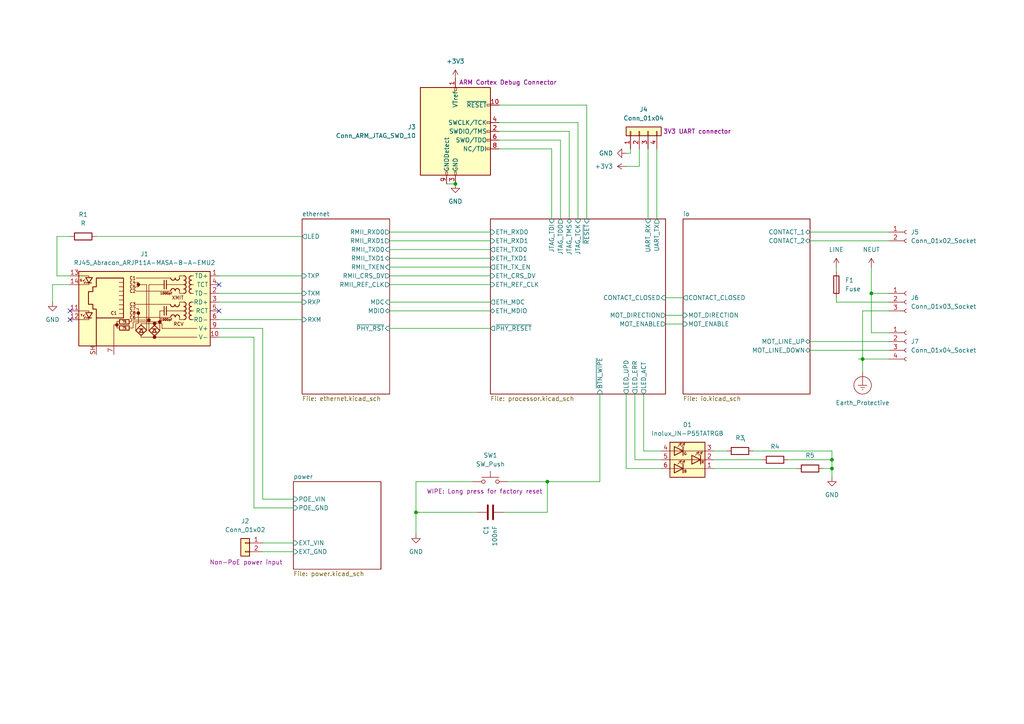
<source format=kicad_sch>
(kicad_sch (version 20250114) (generator "eeschema") (generator_version "9.0")
  (paper "A4")
  (title_block (title "iot-contact"))
  (lib_symbols
    (symbol "Connector:Conn_01x02_Socket" (pin_names (offset 1.016) (hide yes))
      (property "Reference" "J" (at 0 2.54 0))
      (property "Value" "Conn_01x02_Socket" (at 0 -5.08 0))
      (symbol "Conn_01x02_Socket_1_1"
        (polyline (pts (xy -1.27 0) (xy -0.508 0)) (stroke (width 0.1524)))
        (polyline (pts (xy -1.27 -2.54) (xy -0.508 -2.54)) (stroke (width 0.1524)))
        (arc (start 0 -0.508) (mid -0.5058 0) (end 0 0.508) (stroke (width 0.1524)))
        (arc (start 0 -3.048) (mid -0.5058 -2.54) (end 0 -2.032) (stroke (width 0.1524)))
        (pin passive line (at -5.08 0 0) (length 3.81) (name "Pin_1") (number "1"))
        (pin passive line (at -5.08 -2.54 0) (length 3.81) (name "Pin_2") (number "2"))
      )
    )
    (symbol "Connector:Conn_01x03_Socket" (pin_names (offset 1.016) (hide yes))
      (property "Reference" "J" (at 0 5.08 0))
      (property "Value" "Conn_01x03_Socket" (at 0 -5.08 0))
      (symbol "Conn_01x03_Socket_1_1"
        (polyline (pts (xy -1.27 2.54) (xy -0.508 2.54)) (stroke (width 0.1524)))
        (polyline (pts (xy -1.27 0) (xy -0.508 0)) (stroke (width 0.1524)))
        (polyline (pts (xy -1.27 -2.54) (xy -0.508 -2.54)) (stroke (width 0.1524)))
        (arc (start 0 2.032) (mid -0.5058 2.54) (end 0 3.048) (stroke (width 0.1524)))
        (arc (start 0 -0.508) (mid -0.5058 0) (end 0 0.508) (stroke (width 0.1524)))
        (arc (start 0 -3.048) (mid -0.5058 -2.54) (end 0 -2.032) (stroke (width 0.1524)))
        (pin passive line (at -5.08 2.54 0) (length 3.81) (name "Pin_1") (number "1"))
        (pin passive line (at -5.08 0 0) (length 3.81) (name "Pin_2") (number "2"))
        (pin passive line (at -5.08 -2.54 0) (length 3.81) (name "Pin_3") (number "3"))
      )
    )
    (symbol "Connector:Conn_01x04_Socket" (pin_names (offset 1.016) (hide yes))
      (property "Reference" "J" (at 0 5.08 0))
      (property "Value" "Conn_01x04_Socket" (at 0 -7.62 0))
      (symbol "Conn_01x04_Socket_1_1"
        (polyline (pts (xy -1.27 2.54) (xy -0.508 2.54)) (stroke (width 0.1524)))
        (polyline (pts (xy -1.27 0) (xy -0.508 0)) (stroke (width 0.1524)))
        (polyline (pts (xy -1.27 -2.54) (xy -0.508 -2.54)) (stroke (width 0.1524)))
        (polyline (pts (xy -1.27 -5.08) (xy -0.508 -5.08)) (stroke (width 0.1524)))
        (arc (start 0 2.032) (mid -0.5058 2.54) (end 0 3.048) (stroke (width 0.1524)))
        (arc (start 0 -0.508) (mid -0.5058 0) (end 0 0.508) (stroke (width 0.1524)))
        (arc (start 0 -3.048) (mid -0.5058 -2.54) (end 0 -2.032) (stroke (width 0.1524)))
        (arc (start 0 -5.588) (mid -0.5058 -5.08) (end 0 -4.572) (stroke (width 0.1524)))
        (pin passive line (at -5.08 2.54 0) (length 3.81) (name "Pin_1") (number "1"))
        (pin passive line (at -5.08 0 0) (length 3.81) (name "Pin_2") (number "2"))
        (pin passive line (at -5.08 -2.54 0) (length 3.81) (name "Pin_3") (number "3"))
        (pin passive line (at -5.08 -5.08 0) (length 3.81) (name "Pin_4") (number "4"))
      )
    )
    (symbol "Connector:Conn_ARM_JTAG_SWD_10" (pin_names (offset 1.016))
      (property "Reference" "J" (at -2.54 16.51 0))
      (property "Value" "Conn_ARM_JTAG_SWD_10" (at -2.54 13.97 0))
      (symbol "Conn_ARM_JTAG_SWD_10_0_1"
        (rectangle (start -10.16 12.7) (end 10.16 -12.7) (stroke (width 0.254)) (fill (type background)))
        (rectangle (start -2.794 -12.7) (end -2.286 -11.684))
        (rectangle (start -0.254 12.7) (end 0.254 11.684))
        (rectangle (start -0.254 -12.7) (end 0.254 -11.684))
        (rectangle (start 9.144 2.286) (end 10.16 2.794))
        (rectangle (start 10.16 7.874) (end 9.144 7.366))
        (rectangle (start 10.16 -0.254) (end 9.144 0.254))
        (rectangle (start 10.16 -2.794) (end 9.144 -2.286))
      )
      (symbol "Conn_ARM_JTAG_SWD_10_1_1"
        (rectangle (start 9.144 -5.334) (end 10.16 -4.826))
        (pin no_connect line (at -10.16 0 0) (length 2.54) (hide yes) (name "KEY") (number "7"))
        (pin passive line (at -2.54 -15.24 90) (length 2.54) (name "GNDDetect") (number "9"))
        (pin power_in line (at 0 15.24 270) (length 2.54) (name "VTref") (number "1"))
        (pin power_in line (at 0 -15.24 90) (length 2.54) (name "GND") (number "3"))
        (pin passive line (at 0 -15.24 90) (length 2.54) (hide yes) (name "GND") (number "5"))
        (pin open_collector line (at 12.7 7.62 180) (length 2.54) (name "~{RESET}") (number "10"))
        (pin output line (at 12.7 2.54 180) (length 2.54) (name "SWCLK/TCK") (number "4"))
        (pin bidirectional line (at 12.7 0 180) (length 2.54) (name "SWDIO/TMS") (number "2"))
        (pin input line (at 12.7 -2.54 180) (length 2.54) (name "SWO/TDO") (number "6"))
        (pin output line (at 12.7 -5.08 180) (length 2.54) (name "NC/TDI") (number "8"))
      )
    )
    (symbol "Connector:RJ45_Abracon_ARJP11A-MASA-B-A-EMU2"
      (property "Reference" "J" (at 18.415 12.7 0))
      (property "Value" "RJ45_Abracon_ARJP11A-MASA-B-A-EMU2" (at -4.445 12.7 0))
      (symbol "RJ45_Abracon_ARJP11A-MASA-B-A-EMU2_0_0"
        (polyline (pts (xy -5.08 8.89) (xy -5.08 6.35)) (stroke (width 0.254)))
        (polyline (pts (xy -5.08 1.27) (xy -5.08 -1.27)) (stroke (width 0.254)))
        (polyline (pts (xy -4.445 8.89) (xy -4.445 6.35)) (stroke (width 0.254)))
        (polyline (pts (xy -4.445 1.27) (xy -4.445 -1.27)) (stroke (width 0.254)))
        (circle (center -3.175 -3.175) (radius 0.0001) (stroke (width 0.508)))
        (circle (center -1.651 -3.683) (radius 0.0001) (stroke (width 0.508)))
        (circle (center -1.651 -7.62) (radius 0.0001) (stroke (width 0.508)))
        (circle (center 0 -2.667) (radius 0.0001) (stroke (width 0.508)))
        (circle (center 3.048 7.62) (radius 0.0001) (stroke (width 0.508)))
        (circle (center 3.048 -0.635) (radius 0.0001) (stroke (width 0.508)))
        (polyline (pts (xy 3.683 8.255) (xy 3.048 8.255) (xy 3.048 6.985) (xy 3.683 6.985)))
        (polyline (pts (xy 3.683 0.635) (xy 3.048 0.635) (xy 3.048 -0.635) (xy 3.683 -0.635)))
        (polyline (pts (xy 8.636 -4.953) (xy 9.271 -4.953) (xy 9.271 -3.048) (xy 8.636 -3.048)))
        (polyline (pts (xy 9.271 -4.064) (xy 10.16 -4.064)))
        (circle (center 9.271 -4.064) (radius 0.0001) (stroke (width 0.508)))
        (polyline (pts (xy 17.399 9.652) (xy 17.399 10.16) (xy 20.32 10.16)))
        (polyline (pts (xy 17.399 -0.508) (xy 17.399 0) (xy 20.32 0)))
        (polyline (pts (xy 20.32 7.62) (xy 17.399 7.62) (xy 17.399 8.128)))
        (polyline (pts (xy 20.32 -2.54) (xy 17.399 -2.54) (xy 17.399 -2.032)))
        (text "XMIT" (at -10.16 3.81 0) (effects (font (size 1.016 1.016)) (justify left)))
        (text "RCV" (at -10.16 -3.81 0) (effects (font (size 1.016 1.016)) (justify left)))
        (text "C1" (at 4.699 9.525 0) (effects (font (size 0.889 0.889))))
        (text "C4" (at 4.699 8.255 0) (effects (font (size 0.889 0.889))))
        (text "C5" (at 4.699 6.985 0) (effects (font (size 0.889 0.889))))
        (text "C2" (at 4.699 5.715 0) (effects (font (size 0.889 0.889))))
        (text "C3" (at 4.699 1.905 0) (effects (font (size 0.889 0.889))))
        (text "C7" (at 4.699 0.635 0) (effects (font (size 0.889 0.889))))
        (text "C8" (at 4.699 -0.635 0) (effects (font (size 0.889 0.889))))
        (text "C6" (at 4.699 -1.905 0) (effects (font (size 0.889 0.889))))
        (text "C1" (at 10.16 -0.635 0) (effects (font (size 0.889 0.889))))
      )
      (symbol "RJ45_Abracon_ARJP11A-MASA-B-A-EMU2_0_1"
        (rectangle (start -17.78 11.43) (end 20.32 -10.16) (stroke (width 0.254)) (fill (type background)))
        (polyline (pts (xy -12.3163 10.16) (xy -12.9513 10.16)))
        (polyline (pts (xy -12.3163 7.62) (xy -12.9513 7.62)))
        (polyline (pts (xy -12.3163 5.08) (xy -12.9513 5.08)))
        (polyline (pts (xy -12.3163 2.54) (xy -12.9513 2.54)))
        (polyline (pts (xy -12.3163 0) (xy -12.9513 0)))
        (polyline (pts (xy -12.3163 -2.54) (xy -12.9513 -2.54)))
        (polyline (pts (xy -10.16 10.16) (xy -8.89 10.16) (xy -8.89 9.525)))
        (polyline (pts (xy -10.16 2.54) (xy -8.89 2.54) (xy -8.89 1.905)))
        (polyline (pts (xy -8.89 5.715) (xy -8.89 5.08) (xy -10.16 5.08)))
        (polyline (pts (xy -8.89 -1.905) (xy -8.89 -2.54) (xy -10.16 -2.54)))
        (polyline (pts (xy -6.35 9.525) (xy 3.683 9.525)))
        (polyline (pts (xy -6.35 5.715) (xy 3.683 5.715)))
        (polyline (pts (xy -6.35 -1.905) (xy 3.683 -1.905)))
        (polyline (pts (xy -6.223 1.905) (xy 3.683 1.905)))
        (polyline (pts (xy -5.08 7.62) (xy -10.16 7.62)))
        (polyline (pts (xy -5.08 0) (xy -10.16 0)))
        (polyline (pts (xy -4.445 7.62) (xy 0 7.62) (xy 0 -5.715)))
        (polyline (pts (xy -4.445 0) (xy -3.175 0) (xy -3.175 -5.715)))
        (polyline (pts (xy 7.366 5.715) (xy 8.636 5.715)))
        (polyline (pts (xy 7.366 4.445) (xy 8.636 4.445)))
        (polyline (pts (xy 7.366 3.175) (xy 8.636 3.175)))
        (polyline (pts (xy 7.366 1.778) (xy 8.636 1.778)))
        (polyline (pts (xy 7.366 0.508) (xy 8.636 0.508)))
        (polyline (pts (xy 8.636 8.255) (xy 7.366 8.255)))
        (polyline (pts (xy 8.636 6.985) (xy 7.366 6.985)))
        (polyline (pts (xy 8.636 -0.762) (xy 7.366 -0.762)))
      )
      (symbol "RJ45_Abracon_ARJP11A-MASA-B-A-EMU2_1_0"
        (text "1000pF" (at -5.08 5.08 0) (effects (font (size 0.635 0.635))))
        (text "1000pF" (at -5.08 -2.54 0) (effects (font (size 0.635 0.635))))
      )
      (symbol "RJ45_Abracon_ARJP11A-MASA-B-A-EMU2_1_1"
        (polyline (pts (xy -13.97 -5.08) (xy -3.81 -5.08)))
        (polyline (pts (xy -13.97 -7.62) (xy 2.286 -7.62)))
        (arc (start -12.3163 2.54) (mid -11.684 1.905) (end -12.3163 1.27) (stroke (width 0.254)))
        (arc (start -12.3136 10.16) (mid -11.6813 9.525) (end -12.3136 8.89) (stroke (width 0.254)))
        (arc (start -12.3136 1.27) (mid -11.6813 0.635) (end -12.3136 0) (stroke (width 0.254)))
        (arc (start -12.3136 0) (mid -11.6813 -0.635) (end -12.3136 -1.27) (stroke (width 0.254)))
        (arc (start -12.3136 -1.27) (mid -11.6813 -1.905) (end -12.3136 -2.54) (stroke (width 0.254)))
        (arc (start -12.3109 8.89) (mid -11.6786 8.255) (end -12.3109 7.62) (stroke (width 0.254)))
        (arc (start -12.3109 7.62) (mid -11.6786 6.985) (end -12.3109 6.35) (stroke (width 0.254)))
        (arc (start -12.3109 6.35) (mid -11.6786 5.715) (end -12.3109 5.08) (stroke (width 0.254)))
        (arc (start -10.1654 8.89) (mid -10.7977 9.525) (end -10.1654 10.16) (stroke (width 0.254)))
        (arc (start -10.1654 7.62) (mid -10.7977 8.255) (end -10.1654 8.89) (stroke (width 0.254)))
        (arc (start -10.1654 6.35) (mid -10.7977 6.985) (end -10.1654 7.62) (stroke (width 0.254)))
        (arc (start -10.1654 1.27) (mid -10.7977 1.905) (end -10.1654 2.54) (stroke (width 0.254)))
        (arc (start -10.1654 0) (mid -10.7977 0.635) (end -10.1654 1.27) (stroke (width 0.254)))
        (arc (start -10.1654 -1.27) (mid -10.7977 -0.635) (end -10.1654 0) (stroke (width 0.254)))
        (arc (start -10.1627 5.08) (mid -10.795 5.715) (end -10.1627 6.35) (stroke (width 0.254)))
        (arc (start -10.1627 -2.54) (mid -10.795 -1.905) (end -10.1627 -1.27) (stroke (width 0.254)))
        (arc (start -7.62 9.5223) (mid -8.255 8.89) (end -8.89 9.5223) (stroke (width 0.254)))
        (arc (start -8.89 5.8447) (mid -8.255 6.477) (end -7.62 5.8447) (stroke (width 0.254)))
        (arc (start -8.89 -1.7753) (mid -8.255 -1.143) (end -7.62 -1.7753) (stroke (width 0.254)))
        (arc (start -7.5565 1.8388) (mid -8.1915 1.2065) (end -8.8265 1.8388) (stroke (width 0.254)))
        (arc (start -6.35 9.525) (mid -6.985 8.8927) (end -7.62 9.525) (stroke (width 0.254)))
        (arc (start -7.62 5.8474) (mid -6.985 6.4797) (end -6.35 5.8474) (stroke (width 0.254)))
        (arc (start -7.62 -1.7726) (mid -6.985 -1.1403) (end -6.35 -1.7726) (stroke (width 0.254)))
        (arc (start -6.2865 1.8415) (mid -6.9215 1.2092) (end -7.5565 1.8415) (stroke (width 0.254)))
        (polyline (pts (xy -3.81 -5.08) (xy -3.81 -3.683) (xy -1.651 -3.683)))
        (polyline (pts (xy -2.159 -5.207) (xy -1.016 -5.207)) (stroke (width 0.254)))
        (polyline (pts (xy -2.159 -6.223) (xy -1.016 -6.223) (xy -1.651 -5.207) (xy -2.159 -6.223)) (stroke (width 0.254)))
        (polyline (pts (xy -1.905 -3.683) (xy -1.651 -3.683) (xy -1.651 -4.191)))
        (polyline (pts (xy -1.651 -3.683) (xy 2.286 -3.683) (xy 2.286 -4.064)))
        (polyline (pts (xy -1.651 -4.191) (xy -3.175 -5.715) (xy -1.651 -7.239) (xy 0 -5.715) (xy -1.651 -4.191)) (stroke (width 0.254)))
        (polyline (pts (xy -1.651 -7.239) (xy -1.651 -7.493)))
        (polyline (pts (xy 1.651 -5.207) (xy 2.794 -5.207)) (stroke (width 0.254)))
        (polyline (pts (xy 1.651 -6.223) (xy 2.794 -6.223) (xy 2.159 -5.207) (xy 1.651 -6.223)) (stroke (width 0.254)))
        (polyline (pts (xy 2.286 -4.064) (xy 0.635 -5.588) (xy 2.286 -7.112) (xy 3.81 -5.715) (xy 2.286 -4.064)) (stroke (width 0.254)))
        (polyline (pts (xy 2.286 -7.112) (xy 2.286 -7.62)))
        (polyline (pts (xy 3.048 7.62) (xy 0.635 7.62) (xy 0.635 -5.588)))
        (polyline (pts (xy 3.048 -0.508) (xy 3.048 -3.683) (xy 3.81 -3.683) (xy 3.81 -5.715)))
        (polyline (pts (xy 5.715 -3.175) (xy 5.08 -3.175) (xy 5.08 -2.667) (xy 0 -2.667)))
        (polyline (pts (xy 5.715 -4.953) (xy 4.572 -4.953) (xy 4.572 -3.175) (xy -3.175 -3.175)))
        (polyline (pts (xy 7.366 -2.032) (xy 7.366 9.525) (xy 15.24 9.525) (xy 15.24 6.985) (xy 16.256 6.985) (xy 16.256 5.588) (xy 17.526 5.588) (xy 17.526 1.905) (xy 16.256 1.905) (xy 16.256 0.508) (xy 15.24 0.508) (xy 15.24 -2.032) (xy 7.366 -2.032)) (stroke (width 0.254)))
        (rectangle (start 8.509 -3.81) (end 5.715 -2.54) (stroke (width 0.254)))
        (rectangle (start 8.509 -5.588) (end 5.715 -4.318) (stroke (width 0.254)))
        (polyline (pts (xy 10.16 -4.064) (xy 10.16 -10.16)))
        (polyline (pts (xy 15.24 -10.16) (xy 15.24 -2.032)) (stroke (width 0.254)))
        (polyline (pts (xy 18.161 8.128) (xy 16.637 8.128)) (stroke (width 0.254)))
        (polyline (pts (xy 18.161 -2.032) (xy 16.637 -2.032)) (stroke (width 0.254)))
        (polyline (pts (xy 18.288 9.652) (xy 16.383 9.652) (xy 17.399 8.128) (xy 18.288 9.652)) (stroke (width 0.254)))
        (polyline (pts (xy 18.288 8.509) (xy 18.796 8.001) (xy 18.542 8.001)))
        (polyline (pts (xy 18.288 -0.508) (xy 16.383 -0.508) (xy 17.399 -2.032) (xy 18.288 -0.508)) (stroke (width 0.254)))
        (polyline (pts (xy 18.288 -1.651) (xy 18.796 -2.159) (xy 18.542 -2.159)))
        (polyline (pts (xy 18.542 9.144) (xy 19.05 8.636) (xy 18.796 8.636)))
        (polyline (pts (xy 18.542 -1.016) (xy 19.05 -1.524) (xy 18.796 -1.524)))
        (polyline (pts (xy 18.796 8.001) (xy 18.796 8.255)))
        (polyline (pts (xy 18.796 -2.159) (xy 18.796 -1.905)))
        (polyline (pts (xy 19.05 8.636) (xy 19.05 8.89)))
        (polyline (pts (xy 19.05 -1.524) (xy 19.05 -1.27)))
        (text "75" (at 7.112 -3.175 0) (effects (font (size 0.635 0.635))))
        (text "75" (at 7.112 -4.953 0) (effects (font (size 0.635 0.635))))
        (text "Y" (at 19.558 -1.27 0) (effects (font (size 0.635 0.635))))
        (text "G" (at 19.685 8.89 0) (effects (font (size 0.635 0.635))))
        (pin passive line (at -20.32 10.16 0) (length 2.54) (name "TD+") (number "1"))
        (pin passive line (at -20.32 7.62 0) (length 2.54) (name "TCT") (number "4"))
        (pin passive line (at -20.32 5.08 0) (length 2.54) (name "TD-") (number "2"))
        (pin passive line (at -20.32 2.54 0) (length 2.54) (name "RD+") (number "3"))
        (pin passive line (at -20.32 0 0) (length 2.54) (name "RCT") (number "5"))
        (pin passive line (at -20.32 -2.54 0) (length 2.54) (name "RD-") (number "6"))
        (pin power_out line (at -20.32 -5.08 0) (length 2.54) (name "V+") (number "9"))
        (pin power_out line (at -20.32 -7.62 0) (length 2.54) (name "V-") (number "10"))
        (pin power_in line (at 10.16 -12.7 90) (length 2.54) (name "") (number "7"))
        (pin passive line (at 15.24 -12.7 90) (length 2.54) (name "") (number "SH"))
        (pin no_connect line (at 20.32 5.08 0) (length 0) (hide yes) (name "NC") (number "8"))
        (pin passive line (at 22.86 10.16 180) (length 2.54) (name "") (number "13"))
        (pin passive line (at 22.86 7.62 180) (length 2.54) (name "") (number "14"))
        (pin passive line (at 22.86 0 180) (length 2.54) (name "") (number "11"))
        (pin passive line (at 22.86 -2.54 180) (length 2.54) (name "") (number "12"))
      )
    )
    (symbol "Connector_Generic:Conn_01x02" (pin_names (offset 1.016) (hide yes))
      (property "Reference" "J" (at 0 2.54 0))
      (property "Value" "Conn_01x02" (at 0 -5.08 0))
      (symbol "Conn_01x02_1_1"
        (rectangle (start -1.27 1.27) (end 1.27 -3.81) (stroke (width 0.254)) (fill (type background)))
        (rectangle (start -1.27 0.127) (end 0 -0.127) (stroke (width 0.1524)))
        (rectangle (start -1.27 -2.413) (end 0 -2.667) (stroke (width 0.1524)))
        (pin passive line (at -5.08 0 0) (length 3.81) (name "Pin_1") (number "1"))
        (pin passive line (at -5.08 -2.54 0) (length 3.81) (name "Pin_2") (number "2"))
      )
    )
    (symbol "Connector_Generic:Conn_01x04" (pin_names (offset 1.016) (hide yes))
      (property "Reference" "J" (at 0 5.08 0))
      (property "Value" "Conn_01x04" (at 0 -7.62 0))
      (symbol "Conn_01x04_1_1"
        (rectangle (start -1.27 3.81) (end 1.27 -6.35) (stroke (width 0.254)) (fill (type background)))
        (rectangle (start -1.27 2.667) (end 0 2.413) (stroke (width 0.1524)))
        (rectangle (start -1.27 0.127) (end 0 -0.127) (stroke (width 0.1524)))
        (rectangle (start -1.27 -2.413) (end 0 -2.667) (stroke (width 0.1524)))
        (rectangle (start -1.27 -4.953) (end 0 -5.207) (stroke (width 0.1524)))
        (pin passive line (at -5.08 2.54 0) (length 3.81) (name "Pin_1") (number "1"))
        (pin passive line (at -5.08 0 0) (length 3.81) (name "Pin_2") (number "2"))
        (pin passive line (at -5.08 -2.54 0) (length 3.81) (name "Pin_3") (number "3"))
        (pin passive line (at -5.08 -5.08 0) (length 3.81) (name "Pin_4") (number "4"))
      )
    )
    (symbol "Device:C" (pin_numbers (hide yes)) (pin_names (offset 0.254))
      (property "Reference" "C" (at 0.635 2.54 0))
      (property "Value" "C" (at 0.635 -2.54 0))
      (symbol "C_0_1"
        (polyline (pts (xy -2.032 0.762) (xy 2.032 0.762)) (stroke (width 0.508)))
        (polyline (pts (xy -2.032 -0.762) (xy 2.032 -0.762)) (stroke (width 0.508)))
      )
      (symbol "C_1_1"
        (pin passive line (at 0 3.81 270) (length 2.794) (name "~") (number "1"))
        (pin passive line (at 0 -3.81 90) (length 2.794) (name "~") (number "2"))
      )
    )
    (symbol "Device:Fuse" (pin_numbers (hide yes)) (pin_names (offset 0))
      (property "Reference" "F" (at 2.032 0 90))
      (property "Value" "Fuse" (at -1.905 0 90))
      (symbol "Fuse_0_1"
        (rectangle (start -0.762 -2.54) (end 0.762 2.54) (stroke (width 0.254)))
        (polyline (pts (xy 0 2.54) (xy 0 -2.54)))
      )
      (symbol "Fuse_1_1"
        (pin passive line (at 0 3.81 270) (length 1.27) (name "~") (number "1"))
        (pin passive line (at 0 -3.81 90) (length 1.27) (name "~") (number "2"))
      )
    )
    (symbol "Device:R" (pin_numbers (hide yes)) (pin_names (offset 0))
      (property "Reference" "R" (at 2.032 0 90))
      (property "Value" "R" (at 0 0 90))
      (symbol "R_0_1"
        (rectangle (start -1.016 -2.54) (end 1.016 2.54) (stroke (width 0.254)))
      )
      (symbol "R_1_1"
        (pin passive line (at 0 3.81 270) (length 1.27) (name "~") (number "1"))
        (pin passive line (at 0 -3.81 90) (length 1.27) (name "~") (number "2"))
      )
    )
    (symbol "LED:Inolux_IN-P55TATRGB" (pin_names (hide yes))
      (property "Reference" "D" (at -5.08 6.35 0))
      (property "Value" "Inolux_IN-P55TATRGB" (at -5.08 -6.35 0))
      (symbol "Inolux_IN-P55TATRGB_0_0"
        (text "B" (at -0.635 -3.3274 0) (effects (font (size 0.762 0.762))))
      )
      (symbol "Inolux_IN-P55TATRGB_0_1"
        (rectangle (start -5.08 5.08) (end 5.08 -5.08) (stroke (width 0.254)) (fill (type background)))
        (polyline (pts (xy -5.08 2.54) (xy 5.08 2.54)))
        (polyline (pts (xy -5.08 0) (xy 5.08 0)))
        (polyline (pts (xy -5.08 -2.54) (xy 5.08 -2.54)))
        (polyline (pts (xy -3.81 3.81) (xy -3.81 1.27) (xy -1.27 2.54) (xy -3.81 3.81)) (stroke (width 0.254)))
        (polyline (pts (xy -3.81 -1.27) (xy -3.81 -3.81) (xy -1.27 -2.54) (xy -3.81 -1.27)) (stroke (width 0.254)))
        (polyline (pts (xy -2.794 3.81) (xy -1.778 4.826)))
        (polyline (pts (xy -2.794 -1.27) (xy -1.778 -0.254)))
        (polyline (pts (xy -2.54 4.572) (xy -1.778 4.826) (xy -2.032 4.064)))
        (polyline (pts (xy -2.032 -1.016) (xy -1.778 -0.254) (xy -2.54 -0.508)))
        (polyline (pts (xy -1.778 3.81) (xy -0.762 4.826)))
        (polyline (pts (xy -1.778 -1.27) (xy -0.762 -0.254)))
        (polyline (pts (xy -1.524 4.572) (xy -0.762 4.826) (xy -1.016 4.064)))
        (polyline (pts (xy -1.524 -0.508) (xy -0.762 -0.254) (xy -1.016 -1.016)))
        (polyline (pts (xy -1.27 3.81) (xy -1.27 1.27)) (stroke (width 0.254)))
        (polyline (pts (xy -1.27 -1.27) (xy -1.27 -3.81)) (stroke (width 0.254)))
        (polyline (pts (xy 1.27 1.27) (xy 1.27 -1.27) (xy 3.81 0) (xy 1.27 1.27)) (stroke (width 0.254)))
        (polyline (pts (xy 2.286 1.27) (xy 3.302 2.286)))
        (polyline (pts (xy 3.048 1.524) (xy 3.302 2.286) (xy 2.54 2.032)))
        (polyline (pts (xy 3.302 1.27) (xy 4.318 2.286)))
        (polyline (pts (xy 3.556 2.032) (xy 4.318 2.286) (xy 4.064 1.524)))
        (polyline (pts (xy 3.81 1.27) (xy 3.81 -1.27)) (stroke (width 0.254)))
      )
      (symbol "Inolux_IN-P55TATRGB_1_0"
        (text "G" (at -0.635 1.8034 0) (effects (font (size 0.762 0.762))))
        (text "R" (at 4.4196 -0.7112 0) (effects (font (size 0.762 0.762))))
      )
      (symbol "Inolux_IN-P55TATRGB_1_1"
        (pin passive line (at -7.62 2.54 0) (length 2.54) (name "AG") (number "4"))
        (pin passive line (at -7.62 0 0) (length 2.54) (name "AR") (number "5"))
        (pin passive line (at -7.62 -2.54 0) (length 2.54) (name "AB") (number "6"))
        (pin passive line (at 7.62 2.54 180) (length 2.54) (name "KG") (number "3"))
        (pin passive line (at 7.62 0 180) (length 2.54) (name "KR") (number "2"))
        (pin passive line (at 7.62 -2.54 180) (length 2.54) (name "KB") (number "1"))
      )
    )
    (symbol "Switch:SW_Push" (pin_numbers (hide yes)) (pin_names (offset 1.016) (hide yes))
      (property "Reference" "SW" (at 1.27 2.54 0))
      (property "Value" "SW_Push" (at 0 -1.524 0))
      (symbol "SW_Push_0_1"
        (circle (center -2.032 0) (radius 0.508))
        (polyline (pts (xy 0 1.27) (xy 0 3.048)))
        (circle (center 2.032 0) (radius 0.508))
        (polyline (pts (xy 2.54 1.27) (xy -2.54 1.27)))
        (pin passive line (at -5.08 0 0) (length 2.54) (name "1") (number "1"))
        (pin passive line (at 5.08 0 180) (length 2.54) (name "2") (number "2"))
      )
    )
    (symbol "power:+3V3" (power) (pin_numbers (hide yes)) (pin_names (offset 0) (hide yes))
      (property "Value" "+3V3" (at 0 3.556 0))
      (symbol "+3V3_0_1"
        (polyline (pts (xy -0.762 1.27) (xy 0 2.54)))
        (polyline (pts (xy 0 2.54) (xy 0.762 1.27)))
        (polyline (pts (xy 0 0) (xy 0 2.54)))
      )
      (symbol "+3V3_1_1"
        (pin power_in line (at 0 0 90) (length 0) (name "~") (number "1"))
      )
    )
    (symbol "power:Earth_Protective" (power) (pin_numbers (hide yes)) (pin_names (offset 0) (hide yes))
      (property "Value" "Earth_Protective" (at 0 -7.62 0))
      (symbol "Earth_Protective_0_1"
        (polyline (pts (xy -0.635 -4.445) (xy 0.635 -4.445)))
        (polyline (pts (xy -0.127 -5.08) (xy 0.127 -5.08)))
        (polyline (pts (xy 0 -3.81) (xy 0 0)))
        (circle (center 0 -3.81) (radius 2.54))
        (polyline (pts (xy 1.27 -3.81) (xy -1.27 -3.81)))
      )
      (symbol "Earth_Protective_1_1"
        (pin power_in line (at 0 0 270) (length 0) (name "~") (number "1"))
      )
    )
    (symbol "power:GND" (power) (pin_numbers (hide yes)) (pin_names (offset 0) (hide yes))
      (property "Value" "GND" (at 0 -3.81 0))
      (symbol "GND_0_1"
        (polyline (pts (xy 0 0) (xy 0 -1.27) (xy 1.27 -1.27) (xy 0 -2.54) (xy -1.27 -1.27) (xy 0 -1.27)))
      )
      (symbol "GND_1_1"
        (pin power_in line (at 0 0 270) (length 0) (name "~") (number "1"))
      )
    )
    (symbol "power:LINE" (power) (pin_numbers (hide yes)) (pin_names (offset 0) (hide yes))
      (property "Value" "LINE" (at 0 3.556 0))
      (symbol "LINE_0_1"
        (polyline (pts (xy -0.762 1.27) (xy 0 2.54)))
        (polyline (pts (xy 0 2.54) (xy 0.762 1.27)))
        (polyline (pts (xy 0 0) (xy 0 2.54)))
      )
      (symbol "LINE_1_1"
        (pin power_in line (at 0 0 90) (length 0) (name "~") (number "1"))
      )
    )
    (symbol "power:NEUT" (power) (pin_numbers (hide yes)) (pin_names (offset 0) (hide yes))
      (property "Value" "NEUT" (at 0 3.556 0))
      (symbol "NEUT_0_1"
        (polyline (pts (xy -0.762 1.27) (xy 0 2.54)))
        (polyline (pts (xy 0 2.54) (xy 0.762 1.27)))
        (polyline (pts (xy 0 0) (xy 0 2.54)))
      )
      (symbol "NEUT_1_1"
        (pin power_in line (at 0 0 90) (length 0) (name "~") (number "1"))
      )
    )
  )
  (junction (at 120.65 148.59))
  (junction (at 250.19 104.14))
  (junction (at 241.3 133.35))
  (junction (at 158.75 139.7))
  (junction (at 241.3 135.89))
  (junction (at 252.73 85.09))
  (junction (at 132.08 53.34))
  (no_connect (at 63.5 90.17))
  (no_connect (at 63.5 82.55))
  (no_connect (at 20.32 90.17))
  (no_connect (at 20.32 92.71))
  (wire (pts (xy 162.56 40.64) (xy 162.56 63.5)))
  (wire (pts (xy 190.5 43.18) (xy 190.5 63.5)))
  (wire (pts (xy 120.65 139.7) (xy 137.16 139.7)))
  (wire (pts (xy 120.65 139.7) (xy 120.65 148.59)))
  (wire (pts (xy 234.95 99.06) (xy 257.81 99.06)))
  (wire (pts (xy 257.81 96.52) (xy 252.73 96.52)))
  (wire (pts (xy 113.03 69.85) (xy 142.24 69.85)))
  (wire (pts (xy 250.19 104.14) (xy 248.92 104.14)))
  (wire (pts (xy 234.95 67.31) (xy 257.81 67.31)))
  (wire (pts (xy 113.03 74.93) (xy 142.24 74.93)))
  (wire (pts (xy 228.6 133.35) (xy 241.3 133.35)))
  (wire (pts (xy 181.61 114.3) (xy 181.61 135.89)))
  (wire (pts (xy 185.42 48.26) (xy 181.61 48.26)))
  (wire (pts (xy 158.75 148.59) (xy 158.75 139.7)))
  (wire (pts (xy 207.01 130.81) (xy 210.82 130.81)))
  (wire (pts (xy 147.32 139.7) (xy 158.75 139.7)))
  (wire (pts (xy 113.03 95.25) (xy 142.24 95.25)))
  (wire (pts (xy 241.3 135.89) (xy 241.3 138.43)))
  (wire (pts (xy 20.32 82.55) (xy 15.24 82.55)))
  (wire (pts (xy 181.61 135.89) (xy 191.77 135.89)))
  (wire (pts (xy 144.78 35.56) (xy 167.64 35.56)))
  (wire (pts (xy 158.75 139.7) (xy 173.99 139.7)))
  (wire (pts (xy 193.04 86.36) (xy 198.12 86.36)))
  (wire (pts (xy 144.78 30.48) (xy 170.18 30.48)))
  (wire (pts (xy 170.18 30.48) (xy 170.18 63.5)))
  (wire (pts (xy 16.51 68.58) (xy 16.51 80.01)))
  (wire (pts (xy 173.99 114.3) (xy 173.99 139.7)))
  (wire (pts (xy 27.94 68.58) (xy 87.63 68.58)))
  (wire (pts (xy 186.69 130.81) (xy 191.77 130.81)))
  (wire (pts (xy 113.03 77.47) (xy 142.24 77.47)))
  (wire (pts (xy 234.95 69.85) (xy 257.81 69.85)))
  (wire (pts (xy 186.69 114.3) (xy 186.69 130.81)))
  (wire (pts (xy 129.54 53.34) (xy 132.08 53.34)))
  (wire (pts (xy 16.51 80.01) (xy 20.32 80.01)))
  (wire (pts (xy 144.78 40.64) (xy 162.56 40.64)))
  (wire (pts (xy 241.3 133.35) (xy 241.3 135.89)))
  (wire (pts (xy 73.66 97.79) (xy 73.66 147.32)))
  (wire (pts (xy 238.76 135.89) (xy 241.3 135.89)))
  (wire (pts (xy 181.61 44.45) (xy 182.88 44.45)))
  (wire (pts (xy 252.73 85.09) (xy 257.81 85.09)))
  (wire (pts (xy 187.96 43.18) (xy 187.96 63.5)))
  (wire (pts (xy 63.5 95.25) (xy 76.2 95.25)))
  (wire (pts (xy 63.5 92.71) (xy 87.63 92.71)))
  (wire (pts (xy 242.57 77.47) (xy 242.57 78.74)))
  (wire (pts (xy 250.19 104.14) (xy 250.19 90.17)))
  (wire (pts (xy 185.42 43.18) (xy 185.42 48.26)))
  (wire (pts (xy 252.73 85.09) (xy 252.73 96.52)))
  (wire (pts (xy 144.78 43.18) (xy 160.02 43.18)))
  (wire (pts (xy 182.88 44.45) (xy 182.88 43.18)))
  (wire (pts (xy 120.65 148.59) (xy 120.65 154.94)))
  (wire (pts (xy 76.2 160.02) (xy 85.09 160.02)))
  (wire (pts (xy 165.1 38.1) (xy 165.1 63.5)))
  (wire (pts (xy 113.03 67.31) (xy 142.24 67.31)))
  (wire (pts (xy 218.44 130.81) (xy 241.3 130.81)))
  (wire (pts (xy 63.5 97.79) (xy 73.66 97.79)))
  (wire (pts (xy 193.04 91.44) (xy 198.12 91.44)))
  (wire (pts (xy 76.2 144.78) (xy 85.09 144.78)))
  (wire (pts (xy 184.15 133.35) (xy 191.77 133.35)))
  (wire (pts (xy 113.03 80.01) (xy 142.24 80.01)))
  (wire (pts (xy 167.64 35.56) (xy 167.64 63.5)))
  (wire (pts (xy 63.5 80.01) (xy 87.63 80.01)))
  (wire (pts (xy 250.19 104.14) (xy 257.81 104.14)))
  (wire (pts (xy 250.19 107.95) (xy 250.19 104.14)))
  (wire (pts (xy 113.03 87.63) (xy 142.24 87.63)))
  (wire (pts (xy 113.03 90.17) (xy 142.24 90.17)))
  (wire (pts (xy 144.78 38.1) (xy 165.1 38.1)))
  (wire (pts (xy 250.19 90.17) (xy 257.81 90.17)))
  (wire (pts (xy 252.73 77.47) (xy 252.73 85.09)))
  (wire (pts (xy 160.02 43.18) (xy 160.02 63.5)))
  (wire (pts (xy 242.57 86.36) (xy 242.57 87.63)))
  (wire (pts (xy 76.2 157.48) (xy 85.09 157.48)))
  (wire (pts (xy 113.03 82.55) (xy 142.24 82.55)))
  (wire (pts (xy 184.15 114.3) (xy 184.15 133.35)))
  (wire (pts (xy 207.01 133.35) (xy 220.98 133.35)))
  (wire (pts (xy 193.04 93.98) (xy 198.12 93.98)))
  (wire (pts (xy 73.66 147.32) (xy 85.09 147.32)))
  (wire (pts (xy 234.95 101.6) (xy 257.81 101.6)))
  (wire (pts (xy 241.3 130.81) (xy 241.3 133.35)))
  (wire (pts (xy 20.32 68.58) (xy 16.51 68.58)))
  (wire (pts (xy 146.05 148.59) (xy 158.75 148.59)))
  (wire (pts (xy 113.03 72.39) (xy 142.24 72.39)))
  (wire (pts (xy 242.57 87.63) (xy 257.81 87.63)))
  (wire (pts (xy 15.24 82.55) (xy 15.24 87.63)))
  (wire (pts (xy 76.2 95.25) (xy 76.2 144.78)))
  (wire (pts (xy 138.43 148.59) (xy 120.65 148.59)))
  (wire (pts (xy 63.5 85.09) (xy 87.63 85.09)))
  (wire (pts (xy 207.01 135.89) (xy 231.14 135.89)))
  (wire (pts (xy 63.5 87.63) (xy 87.63 87.63)))
  (symbol (lib_id "Device:R") (at 234.95 135.89 270) (unit 1)
    (property "Reference" "R5" (at 234.95 132.08 90))
    (property "Description" "Resistor" (effects (hide yes)))
  )
  (symbol (lib_id "Connector:RJ45_Abracon_ARJP11A-MASA-B-A-EMU2") (at 43.18 90.17 0) (mirror y) (unit 1)
    (property "Reference" "J1" (at 41.91 73.66 0))
    (property "Value" "RJ45_Abracon_ARJP11A-MASA-B-A-EMU2" (at 41.91 76.2 0))
    (property "Footprint" "Connector_RJ:RJ45_Abracon_ARJP11A-MA_Horizontal" (effects (hide yes)))
    (property "Datasheet" "https://abracon.com/Magnetics/lan/ARJP11A.PDF" (effects (hide yes)))
    (property "Description" "RJ45 PoE 10/100 Base-TX Jack with Magnetic Module" (effects (hide yes)))
  )
  (symbol (lib_id "Connector:Conn_01x04_Socket") (at 262.89 99.06 0) (unit 1)
    (property "Reference" "J7" (at 264.16 99.0599 0) (effects (justify left)))
    (property "Value" "Conn_01x04_Socket" (at 264.16 101.5999 0) (effects (justify left)))
    (property "Footprint" "TerminalBlock_WAGO:TerminalBlock_WAGO_236-404_1x04_P5.00mm_45Degree" (effects (hide yes)))
    (property "Description" "Generic connector, single row, 01x04, script generated" (effects (hide yes)))
  )
  (symbol (lib_id "Switch:SW_Push") (at 142.24 139.7 0) (mirror y) (unit 1)
    (property "Reference" "SW1" (at 142.24 132.08 0))
    (property "Value" "SW_Push" (at 142.24 134.62 0))
    (property "Footprint" "Button_Switch_SMD:SW_SPST_TL3305B" (effects (hide yes)))
    (property "Datasheet" "https://www.e-switch.com/wp-content/uploads/2024/08/TL3305.pdf" (effects (hide yes)))
    (property "Description" "WIPE: Long press for factory reset" (at 123.698 142.494 0) (effects (justify right)))
    (property "MPN" "TL3305BF260QG" (effects (hide yes)))
    (property "Manufacturer" "E-Switch" (effects (hide yes)))
  )
  (symbol (lib_id "Connector_Generic:Conn_01x04") (at 185.42 38.1 90) (unit 1)
    (property "Reference" "J4" (at 186.69 31.75 90))
    (property "Value" "Conn_01x04" (at 186.69 34.29 90))
    (property "Footprint" "Connector_PinHeader_2.54mm:PinHeader_1x04_P2.54mm_Vertical" (effects (hide yes)))
    (property "Description" "3V3 UART connector" (at 202.184 38.1 90))
  )
  (symbol (lib_id "LED:Inolux_IN-P55TATRGB") (at 199.39 133.35 0) (unit 1)
    (property "Reference" "D1" (at 199.39 123.19 0))
    (property "Value" "Inolux_IN-P55TATRGB" (at 199.39 125.73 0))
    (property "Footprint" "LED_SMD:LED_Inolux_IN-P55TATRGB_PLCC6_5.0x5.5mm_P1.8mm" (effects (hide yes)))
    (property "Datasheet" "https://www.inolux-corp.com/datasheet/SMDLED/RGB%20Top%20View/IN-P55TATRGB.pdf" (effects (hide yes)))
    (property "Description" "Inolux RGB LED, PLCC-6" (effects (hide yes)))
  )
  (symbol (lib_id "Connector:Conn_01x03_Socket") (at 262.89 87.63 0) (unit 1)
    (property "Reference" "J6" (at 264.16 86.3599 0) (effects (justify left)))
    (property "Value" "Conn_01x03_Socket" (at 264.16 88.8999 0) (effects (justify left)))
    (property "Footprint" "TerminalBlock_WAGO:TerminalBlock_WAGO_236-403_1x03_P5.00mm_45Degree" (effects (hide yes)))
    (property "Description" "Generic connector, single row, 01x03, script generated" (effects (hide yes)))
  )
  (symbol (lib_id "power:NEUT") (at 252.73 77.47 0) (unit 1)
    (property "Reference" "#PWR011" (effects (hide yes)))
    (property "Value" "NEUT" (at 252.73 72.39 0))
    (property "Description" "Power symbol creates a global label with name \"NEUT\"" (effects (hide yes)))
  )
  (symbol (lib_id "Connector:Conn_ARM_JTAG_SWD_10") (at 132.08 38.1 0) (unit 1)
    (property "Reference" "J3" (at 120.65 36.8299 0) (effects (justify right)))
    (property "Value" "Conn_ARM_JTAG_SWD_10" (at 120.65 39.3699 0) (effects (justify right)))
    (property "Datasheet" "https://mm.digikey.com/Volume0/opasdata/d220001/medias/docus/6209/ftsh-1xx-xx-xxx-dv-xxx-xxx-x-xx-mkt.pdf" (effects (hide yes)))
    (property "Description" "ARM Cortex Debug Connector" (at 147.32 23.876 0))
    (property "MPN" "FTSH-105-01-L-DV-007-K-TR" (effects (hide yes)))
    (property "Manufacturer" "samtec" (effects (hide yes)))
  )
  (symbol (lib_id "Device:Fuse") (at 242.57 82.55 0) (unit 1)
    (property "Reference" "F1" (at 245.11 81.2799 0) (effects (justify left)))
    (property "Value" "Fuse" (at 245.11 83.8199 0) (effects (justify left)))
    (property "Description" "Fuse" (effects (hide yes)))
  )
  (symbol (lib_id "Connector_Generic:Conn_01x02") (at 71.12 157.48 0) (mirror y) (unit 1)
    (property "Reference" "J2" (at 71.12 151.13 0))
    (property "Value" "Conn_01x02" (at 71.12 153.67 0))
    (property "Footprint" "Connector_PinHeader_2.54mm:PinHeader_1x02_P2.54mm_Vertical" (effects (hide yes)))
    (property "Description" "Non-PoE power input" (at 71.374 163.068 0))
  )
  (symbol (lib_id "power:GND") (at 120.65 154.94 0) (unit 1)
    (property "Reference" "#PWR02" (effects (hide yes)))
    (property "Value" "GND" (at 120.65 160.02 0))
    (property "Description" "Power symbol creates a global label with name \"GND\" , ground" (effects (hide yes)))
  )
  (symbol (lib_id "power:+3V3") (at 181.61 48.26 90) (unit 1)
    (property "Reference" "#PWR07" (effects (hide yes)))
    (property "Value" "+3V3" (at 177.8 48.2599 90) (effects (justify left)))
    (property "Description" "Power symbol creates a global label with name \"+3V3\"" (effects (hide yes)))
  )
  (symbol (lib_id "Device:R") (at 214.63 130.81 90) (unit 1)
    (property "Reference" "R3" (at 214.63 127 90))
    (property "Value" "~" (at 215.8999 128.27 0) (effects (justify left)))
    (property "Description" "Resistor" (effects (hide yes)))
  )
  (symbol (lib_id "power:GND") (at 132.08 53.34 0) (unit 1)
    (property "Reference" "#PWR04" (effects (hide yes)))
    (property "Value" "GND" (at 132.08 58.42 0))
    (property "Description" "Power symbol creates a global label with name \"GND\" , ground" (effects (hide yes)))
  )
  (symbol (lib_id "power:GND") (at 241.3 138.43 0) (unit 1)
    (property "Reference" "#PWR08" (effects (hide yes)))
    (property "Value" "GND" (at 241.3 143.51 0))
    (property "Description" "Power symbol creates a global label with name \"GND\" , ground" (effects (hide yes)))
  )
  (symbol (lib_id "power:Earth_Protective") (at 250.19 107.95 0) (unit 1)
    (property "Reference" "#PWR010" (effects (hide yes)))
    (property "Value" "Earth_Protective" (at 250.19 116.84 0))
    (property "Description" "Power symbol creates a global label with name \"Earth_Protective\"" (effects (hide yes)))
  )
  (symbol (lib_id "Connector:Conn_01x02_Socket") (at 262.89 67.31 0) (unit 1)
    (property "Reference" "J5" (at 264.16 67.3099 0) (effects (justify left)))
    (property "Value" "Conn_01x02_Socket" (at 264.16 69.8499 0) (effects (justify left)))
    (property "Footprint" "TerminalBlock_WAGO:TerminalBlock_WAGO_236-402_1x02_P5.00mm_45Degree" (effects (hide yes)))
    (property "Description" "Generic connector, single row, 01x02, script generated" (effects (hide yes)))
  )
  (symbol (lib_id "power:GND") (at 181.61 44.45 270) (unit 1)
    (property "Reference" "#PWR06" (effects (hide yes)))
    (property "Value" "GND" (at 177.8 44.4499 90) (effects (justify right)))
    (property "Description" "Power symbol creates a global label with name \"GND\" , ground" (effects (hide yes)))
  )
  (symbol (lib_id "Device:C") (at 142.24 148.59 90) (mirror x) (unit 1)
    (property "Reference" "C1" (at 140.9699 152.4 0) (effects (justify left)))
    (property "Value" "100nF" (at 143.5099 152.4 0) (effects (justify left)))
    (property "Description" "Unpolarized capacitor" (effects (hide yes)))
  )
  (symbol (lib_id "power:GND") (at 15.24 87.63 0) (unit 1)
    (property "Reference" "#PWR01" (effects (hide yes)))
    (property "Value" "GND" (at 15.24 92.71 0))
    (property "Description" "Power symbol creates a global label with name \"GND\" , ground" (effects (hide yes)))
  )
  (symbol (lib_id "power:LINE") (at 242.57 77.47 0) (unit 1)
    (property "Reference" "#PWR09" (effects (hide yes)))
    (property "Value" "LINE" (at 242.57 72.39 0))
    (property "Description" "Power symbol creates a global label with name \"LINE\"" (effects (hide yes)))
  )
  (symbol (lib_id "Device:R") (at 24.13 68.58 90) (unit 1)
    (property "Reference" "R1" (at 24.13 62.23 90))
    (property "Value" "R" (at 24.13 64.77 90))
    (property "Description" "Resistor" (effects (hide yes)))
  )
  (symbol (lib_id "Device:R") (at 224.79 133.35 90) (unit 1)
    (property "Reference" "R4" (at 224.79 129.54 90))
    (property "Description" "Resistor" (effects (hide yes)))
  )
  (symbol (lib_id "power:+3V3") (at 132.08 22.86 0) (unit 1)
    (property "Reference" "#PWR03" (effects (hide yes)))
    (property "Value" "+3V3" (at 132.08 17.78 0))
    (property "Description" "Power symbol creates a global label with name \"+3V3\"" (effects (hide yes)))
  )
  (sheet (at 87.63 63.5) (size 25.4 50.8) (stroke (width 0.1524))
    (property "Sheetname" "ethernet" (at 87.63 62.7884 0) (effects (justify left bottom)))
    (property "Sheetfile" "ethernet.kicad_sch" (at 87.63 114.8846 0) (effects (justify left top)))
    (pin "RMII_RXD0" output (at 113.03 67.31 0))
    (pin "RMII_RXD1" output (at 113.03 69.85 0))
    (pin "RMII_TXD0" input (at 113.03 72.39 0))
    (pin "RMII_TXD1" bidirectional (at 113.03 74.93 0))
    (pin "RMII_TXEN" input (at 113.03 77.47 0))
    (pin "~{PHY_RST}" input (at 113.03 95.25 0))
    (pin "RMII_CRS_DV" output (at 113.03 80.01 0))
    (pin "RMII_REF_CLK" output (at 113.03 82.55 0))
    (pin "MDC" input (at 113.03 87.63 0))
    (pin "MDIO" bidirectional (at 113.03 90.17 0))
    (pin "LED" output (at 87.63 68.58 180))
    (pin "RXM" input (at 87.63 92.71 180))
    (pin "RXP" input (at 87.63 87.63 180))
    (pin "TXM" input (at 87.63 85.09 180))
    (pin "TXP" input (at 87.63 80.01 180))
  )
  (sheet (at 198.12 63.5) (size 36.83 50.8) (stroke (width 0.1524))
    (property "Sheetname" "io" (at 198.12 62.7884 0) (effects (justify left bottom)))
    (property "Sheetfile" "io.kicad_sch" (at 198.12 114.8846 0) (effects (justify left top)))
    (pin "CONTACT_1" bidirectional (at 234.95 67.31 0))
    (pin "CONTACT_2" bidirectional (at 234.95 69.85 0))
    (pin "MOT_DIRECTION" input (at 198.12 91.44 180))
    (pin "MOT_ENABLE" input (at 198.12 93.98 180))
    (pin "CONTACT_CLOSED" output (at 198.12 86.36 180))
    (pin "MOT_LINE_DOWN" bidirectional (at 234.95 101.6 0))
    (pin "MOT_LINE_UP" bidirectional (at 234.95 99.06 0))
  )
  (sheet (at 142.24 63.5) (size 50.8 50.8) (stroke (width 0.1524))
    (property "Sheetname" "processor" (effects (hide yes)))
    (property "Sheetfile" "processor.kicad_sch" (at 142.24 114.8846 0) (effects (justify left top)))
    (pin "JTAG_TDI" input (at 160.02 63.5 90))
    (pin "JTAG_TDO" output (at 162.56 63.5 90))
    (pin "JTAG_TMS" bidirectional (at 165.1 63.5 90))
    (pin "JTAG_TCK" input (at 167.64 63.5 90))
    (pin "UART_RX" input (at 187.96 63.5 90))
    (pin "UART_TX" output (at 190.5 63.5 90))
    (pin "LED_UPD" output (at 181.61 114.3 270))
    (pin "LED_ACT" output (at 186.69 114.3 270))
    (pin "MOT_DIRECTION" output (at 193.04 91.44 0))
    (pin "MOT_ENABLE" output (at 193.04 93.98 0))
    (pin "CONTACT_CLOSED" input (at 193.04 86.36 0))
    (pin "~{BTN_WIPE}" input (at 173.99 114.3 270))
    (pin "~{RESET}" input (at 170.18 63.5 90))
    (pin "ETH_RXD0" input (at 142.24 67.31 180))
    (pin "ETH_CRS_DV" input (at 142.24 80.01 180))
    (pin "ETH_RXD1" input (at 142.24 69.85 180))
    (pin "ETH_TX_EN" output (at 142.24 77.47 180))
    (pin "ETH_TXD0" output (at 142.24 72.39 180))
    (pin "ETH_TXD1" bidirectional (at 142.24 74.93 180))
    (pin "ETH_REF_CLK" input (at 142.24 82.55 180))
    (pin "ETH_MDC" output (at 142.24 87.63 180))
    (pin "ETH_MDIO" bidirectional (at 142.24 90.17 180))
    (pin "~{PHY_RESET}" output (at 142.24 95.25 180))
    (pin "LED_ERR" output (at 184.15 114.3 270))
  )
  (sheet (at 85.09 139.7) (size 25.4 25.4) (stroke (width 0.1524))
    (property "Sheetname" "power" (at 85.09 138.9884 0) (effects (justify left bottom)))
    (property "Sheetfile" "power.kicad_sch" (at 85.09 165.6846 0) (effects (justify left top)))
    (pin "EXT_GND" input (at 85.09 160.02 180))
    (pin "EXT_VIN" input (at 85.09 157.48 180))
    (pin "POE_GND" input (at 85.09 147.32 180))
    (pin "POE_VIN" input (at 85.09 144.78 180))
  )
)
</source>
